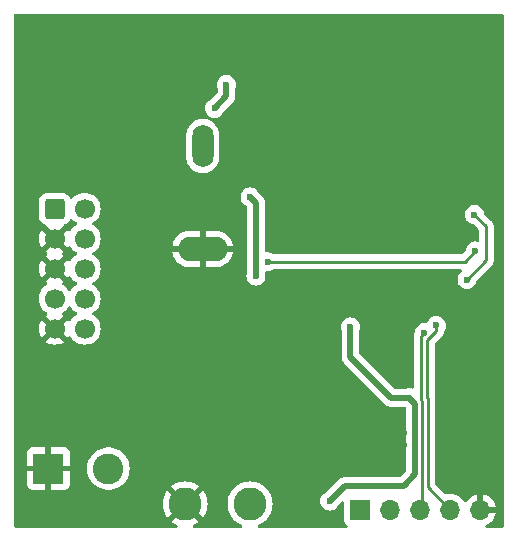
<source format=gbl>
%TF.GenerationSoftware,KiCad,Pcbnew,8.0.1*%
%TF.CreationDate,2024-04-07T23:26:14-05:00*%
%TF.ProjectId,ece445_headset,65636534-3435-45f6-9865-61647365742e,rev?*%
%TF.SameCoordinates,Original*%
%TF.FileFunction,Copper,L2,Bot*%
%TF.FilePolarity,Positive*%
%FSLAX46Y46*%
G04 Gerber Fmt 4.6, Leading zero omitted, Abs format (unit mm)*
G04 Created by KiCad (PCBNEW 8.0.1) date 2024-04-07 23:26:14*
%MOMM*%
%LPD*%
G01*
G04 APERTURE LIST*
G04 Aperture macros list*
%AMRoundRect*
0 Rectangle with rounded corners*
0 $1 Rounding radius*
0 $2 $3 $4 $5 $6 $7 $8 $9 X,Y pos of 4 corners*
0 Add a 4 corners polygon primitive as box body*
4,1,4,$2,$3,$4,$5,$6,$7,$8,$9,$2,$3,0*
0 Add four circle primitives for the rounded corners*
1,1,$1+$1,$2,$3*
1,1,$1+$1,$4,$5*
1,1,$1+$1,$6,$7*
1,1,$1+$1,$8,$9*
0 Add four rect primitives between the rounded corners*
20,1,$1+$1,$2,$3,$4,$5,0*
20,1,$1+$1,$4,$5,$6,$7,0*
20,1,$1+$1,$6,$7,$8,$9,0*
20,1,$1+$1,$8,$9,$2,$3,0*%
G04 Aperture macros list end*
%TA.AperFunction,ComponentPad*%
%ADD10R,2.600000X2.600000*%
%TD*%
%TA.AperFunction,ComponentPad*%
%ADD11C,2.600000*%
%TD*%
%TA.AperFunction,ComponentPad*%
%ADD12RoundRect,0.250000X-0.600000X-0.600000X0.600000X-0.600000X0.600000X0.600000X-0.600000X0.600000X0*%
%TD*%
%TA.AperFunction,ComponentPad*%
%ADD13C,1.700000*%
%TD*%
%TA.AperFunction,ComponentPad*%
%ADD14O,4.200000X2.100000*%
%TD*%
%TA.AperFunction,ComponentPad*%
%ADD15O,1.800000X3.600000*%
%TD*%
%TA.AperFunction,ComponentPad*%
%ADD16C,2.800000*%
%TD*%
%TA.AperFunction,ComponentPad*%
%ADD17R,1.700000X1.700000*%
%TD*%
%TA.AperFunction,ComponentPad*%
%ADD18O,1.700000X1.700000*%
%TD*%
%TA.AperFunction,ViaPad*%
%ADD19C,0.600000*%
%TD*%
%TA.AperFunction,Conductor*%
%ADD20C,0.508000*%
%TD*%
%TA.AperFunction,Conductor*%
%ADD21C,0.254000*%
%TD*%
G04 APERTURE END LIST*
D10*
%TO.P,J3,1,Pin_1*%
%TO.N,GND*%
X134420000Y-82000000D03*
D11*
%TO.P,J3,2,Pin_2*%
%TO.N,+BATT*%
X139500000Y-82000000D03*
%TD*%
D12*
%TO.P,J4,1,VTref*%
%TO.N,Net-(J4-VTref)*%
X134960000Y-60000000D03*
D13*
%TO.P,J4,2,SWDIO/TMS*%
%TO.N,/MTMS*%
X137500000Y-60000000D03*
%TO.P,J4,3,GND*%
%TO.N,GND*%
X134960000Y-62540000D03*
%TO.P,J4,4,SWDCLK/TCK*%
%TO.N,/MTCK*%
X137500000Y-62540000D03*
%TO.P,J4,5,GND*%
%TO.N,GND*%
X134960000Y-65080000D03*
%TO.P,J4,6,SWO/TDO*%
%TO.N,/MTDO*%
X137500000Y-65080000D03*
%TO.P,J4,7,KEY*%
%TO.N,unconnected-(J4-KEY-Pad7)*%
X134960000Y-67620000D03*
%TO.P,J4,8,NC/TDI*%
%TO.N,/MTDI*%
X137500000Y-67620000D03*
%TO.P,J4,9,GNDDetect*%
%TO.N,GND*%
X134960000Y-70160000D03*
%TO.P,J4,10,~{RESET}*%
%TO.N,/CHIP_PU*%
X137500000Y-70160000D03*
%TD*%
D14*
%TO.P,J1,1*%
%TO.N,GND*%
X147500000Y-63400000D03*
D15*
%TO.P,J1,2*%
%TO.N,/DAC1_OUT*%
X147500000Y-54700000D03*
%TD*%
D16*
%TO.P,TP1,1,1*%
%TO.N,Net-(JP2-A)*%
X151500000Y-85000000D03*
%TD*%
D17*
%TO.P,J2,1,Pin_1*%
%TO.N,/RTS*%
X160840000Y-85500000D03*
D18*
%TO.P,J2,2,Pin_2*%
%TO.N,/DTR*%
X163380000Y-85500000D03*
%TO.P,J2,3,Pin_3*%
%TO.N,/TX*%
X165920000Y-85500000D03*
%TO.P,J2,4,Pin_4*%
%TO.N,/RX*%
X168460000Y-85500000D03*
%TO.P,J2,5,Pin_5*%
%TO.N,GND*%
X171000000Y-85500000D03*
%TD*%
D16*
%TO.P,TP2,1,1*%
%TO.N,GND*%
X146000000Y-85000000D03*
%TD*%
D19*
%TO.N,GND*%
X150500000Y-63500000D03*
X167500000Y-74500000D03*
X169000000Y-74500000D03*
X172000000Y-80000000D03*
X171000000Y-80000000D03*
X172000000Y-79000000D03*
X171000000Y-79000000D03*
X152500000Y-82000000D03*
X153500000Y-82000000D03*
X154500000Y-82000000D03*
X155500000Y-82000000D03*
X155500000Y-81000000D03*
X154500000Y-81000000D03*
X153500000Y-81000000D03*
X152500000Y-81000000D03*
X140000000Y-44500000D03*
X170500000Y-44500000D03*
X156000000Y-44500000D03*
X152500000Y-44500000D03*
X149500000Y-44500000D03*
X146500000Y-44500000D03*
X143000000Y-44500000D03*
X135000000Y-45000000D03*
X132000000Y-45000000D03*
X144500000Y-63500000D03*
X164500000Y-80000000D03*
X163500000Y-80000000D03*
X164500000Y-79000000D03*
X163500000Y-79000000D03*
%TO.N,+3V3*%
X152000000Y-65707000D03*
X160000000Y-70000000D03*
X151500000Y-59000000D03*
X148500000Y-51500000D03*
%TO.N,GND*%
X163500000Y-55000000D03*
X162000000Y-49500000D03*
X163000000Y-49500000D03*
X159000000Y-53000000D03*
X162500000Y-55000000D03*
X164500000Y-52500000D03*
X164500000Y-50500000D03*
X164500000Y-54500000D03*
X161000000Y-49500000D03*
X161500000Y-55000000D03*
X159000000Y-54000000D03*
X159500000Y-55000000D03*
X164500000Y-51500000D03*
X159000000Y-52000000D03*
X160000000Y-49500000D03*
X159000000Y-50000000D03*
X159000000Y-51000000D03*
X160500000Y-55000000D03*
X164500000Y-53500000D03*
X164000000Y-49500000D03*
%TO.N,+3V3*%
X165000000Y-76000000D03*
X158250000Y-84750000D03*
X149500000Y-49500000D03*
%TO.N,/TX*%
X166264998Y-70490341D03*
%TO.N,/RX*%
X167275669Y-69887617D03*
%TO.N,/MTDO*%
X153000000Y-64500000D03*
X170582006Y-63582006D03*
%TO.N,/GPIO5_STRAPPING*%
X170500000Y-60500000D03*
X169873000Y-66000000D03*
%TD*%
D20*
%TO.N,+3V3*%
X152000000Y-59500000D02*
X152000000Y-65707000D01*
X151500000Y-59000000D02*
X152000000Y-59500000D01*
D21*
%TO.N,/RX*%
X166535000Y-83575000D02*
X168460000Y-85500000D01*
X166500000Y-76036289D02*
X166535000Y-76071289D01*
X166500000Y-71142052D02*
X166500000Y-76036289D01*
X166535000Y-76071289D02*
X166535000Y-83575000D01*
X167275669Y-70366383D02*
X166500000Y-71142052D01*
X167275669Y-69887617D02*
X167275669Y-70366383D01*
%TO.N,/TX*%
X166081000Y-85339000D02*
X165920000Y-85500000D01*
X166081000Y-76259342D02*
X166081000Y-85339000D01*
X166000000Y-70755339D02*
X166000000Y-76178342D01*
X166000000Y-76178342D02*
X166081000Y-76259342D01*
X166264998Y-70490341D02*
X166000000Y-70755339D01*
D20*
%TO.N,+3V3*%
X164500000Y-83500000D02*
X159500000Y-83500000D01*
X159500000Y-83500000D02*
X158250000Y-84750000D01*
X165000000Y-76000000D02*
X165500000Y-76500000D01*
X165500000Y-76500000D02*
X165500000Y-82500000D01*
X165500000Y-82500000D02*
X164500000Y-83500000D01*
X160000000Y-72566318D02*
X160000000Y-70000000D01*
X165000000Y-76000000D02*
X163433682Y-76000000D01*
X163433682Y-76000000D02*
X160000000Y-72566318D01*
X149500000Y-50500000D02*
X148500000Y-51500000D01*
X149500000Y-50500000D02*
X149500000Y-49500000D01*
D21*
%TO.N,/MTDO*%
X169664012Y-64500000D02*
X153000000Y-64500000D01*
X170582006Y-63582006D02*
X169664012Y-64500000D01*
%TO.N,/GPIO5_STRAPPING*%
X171500000Y-61500000D02*
X170500000Y-60500000D01*
X171500000Y-64386712D02*
X171500000Y-61500000D01*
X169886712Y-66000000D02*
X171500000Y-64386712D01*
X169873000Y-66000000D02*
X169886712Y-66000000D01*
%TD*%
%TA.AperFunction,Conductor*%
%TO.N,GND*%
G36*
X136314855Y-68286546D02*
G01*
X136331575Y-68305842D01*
X136461501Y-68491396D01*
X136461506Y-68491402D01*
X136628597Y-68658493D01*
X136628603Y-68658498D01*
X136814158Y-68788425D01*
X136857783Y-68843002D01*
X136864977Y-68912500D01*
X136833454Y-68974855D01*
X136814158Y-68991575D01*
X136628597Y-69121505D01*
X136461505Y-69288597D01*
X136331269Y-69474595D01*
X136276692Y-69518220D01*
X136207194Y-69525414D01*
X136144839Y-69493891D01*
X136128119Y-69474595D01*
X136074925Y-69398626D01*
X136074925Y-69398625D01*
X135442962Y-70030589D01*
X135425925Y-69967007D01*
X135360099Y-69852993D01*
X135267007Y-69759901D01*
X135152993Y-69694075D01*
X135089410Y-69677037D01*
X135721373Y-69045073D01*
X135721373Y-69045072D01*
X135645405Y-68991880D01*
X135601780Y-68937304D01*
X135594586Y-68867805D01*
X135626108Y-68805451D01*
X135645399Y-68788734D01*
X135831401Y-68658495D01*
X135998495Y-68491401D01*
X136128425Y-68305842D01*
X136183002Y-68262217D01*
X136252500Y-68255023D01*
X136314855Y-68286546D01*
G37*
%TD.AperFunction*%
%TA.AperFunction,Conductor*%
G36*
X136074925Y-65841373D02*
G01*
X136128119Y-65765405D01*
X136182696Y-65721781D01*
X136252195Y-65714588D01*
X136314549Y-65746110D01*
X136331269Y-65765405D01*
X136461505Y-65951401D01*
X136461506Y-65951402D01*
X136628597Y-66118493D01*
X136628603Y-66118498D01*
X136814158Y-66248425D01*
X136857783Y-66303002D01*
X136864977Y-66372500D01*
X136833454Y-66434855D01*
X136814158Y-66451575D01*
X136628597Y-66581505D01*
X136461505Y-66748597D01*
X136331575Y-66934158D01*
X136276998Y-66977783D01*
X136207500Y-66984977D01*
X136145145Y-66953454D01*
X136128425Y-66934158D01*
X135998494Y-66748597D01*
X135831402Y-66581506D01*
X135831401Y-66581505D01*
X135645405Y-66451269D01*
X135601781Y-66396692D01*
X135594588Y-66327193D01*
X135626110Y-66264839D01*
X135645405Y-66248119D01*
X135721373Y-66194925D01*
X135089409Y-65562962D01*
X135152993Y-65545925D01*
X135267007Y-65480099D01*
X135360099Y-65387007D01*
X135425925Y-65272993D01*
X135442962Y-65209410D01*
X136074925Y-65841373D01*
G37*
%TD.AperFunction*%
%TA.AperFunction,Conductor*%
G36*
X136074925Y-63301373D02*
G01*
X136128119Y-63225405D01*
X136182696Y-63181781D01*
X136252195Y-63174588D01*
X136314549Y-63206110D01*
X136331269Y-63225405D01*
X136461505Y-63411401D01*
X136461506Y-63411402D01*
X136628597Y-63578493D01*
X136628603Y-63578498D01*
X136814158Y-63708425D01*
X136857783Y-63763002D01*
X136864977Y-63832500D01*
X136833454Y-63894855D01*
X136814158Y-63911575D01*
X136628597Y-64041505D01*
X136461505Y-64208597D01*
X136331269Y-64394595D01*
X136276692Y-64438220D01*
X136207194Y-64445414D01*
X136144839Y-64413891D01*
X136128119Y-64394595D01*
X136074925Y-64318626D01*
X136074925Y-64318625D01*
X135442962Y-64950589D01*
X135425925Y-64887007D01*
X135360099Y-64772993D01*
X135267007Y-64679901D01*
X135152993Y-64614075D01*
X135089410Y-64597037D01*
X135721373Y-63965073D01*
X135644969Y-63911576D01*
X135601344Y-63856999D01*
X135594150Y-63787501D01*
X135625672Y-63725146D01*
X135644968Y-63708425D01*
X135721373Y-63654925D01*
X135089409Y-63022962D01*
X135152993Y-63005925D01*
X135267007Y-62940099D01*
X135360099Y-62847007D01*
X135425925Y-62732993D01*
X135442962Y-62669410D01*
X136074925Y-63301373D01*
G37*
%TD.AperFunction*%
%TA.AperFunction,Conductor*%
G36*
X136420720Y-60838779D02*
G01*
X136457483Y-60867766D01*
X136457677Y-60867573D01*
X136459313Y-60869209D01*
X136460354Y-60870030D01*
X136461501Y-60871397D01*
X136628597Y-61038493D01*
X136628603Y-61038498D01*
X136814158Y-61168425D01*
X136857783Y-61223002D01*
X136864977Y-61292500D01*
X136833454Y-61354855D01*
X136814158Y-61371575D01*
X136628597Y-61501505D01*
X136461505Y-61668597D01*
X136331269Y-61854595D01*
X136276692Y-61898220D01*
X136207194Y-61905414D01*
X136144839Y-61873891D01*
X136128119Y-61854595D01*
X136074925Y-61778626D01*
X136074925Y-61778625D01*
X135442962Y-62410589D01*
X135425925Y-62347007D01*
X135360099Y-62232993D01*
X135267007Y-62139901D01*
X135152993Y-62074075D01*
X135089410Y-62057037D01*
X135725789Y-61420658D01*
X135736209Y-61368808D01*
X135784823Y-61318624D01*
X135806961Y-61308796D01*
X135879334Y-61284814D01*
X136028656Y-61192712D01*
X136152712Y-61068656D01*
X136244814Y-60919334D01*
X136247662Y-60910738D01*
X136287429Y-60853294D01*
X136351944Y-60826468D01*
X136420720Y-60838779D01*
G37*
%TD.AperFunction*%
%TA.AperFunction,Conductor*%
G36*
X172942539Y-43520185D02*
G01*
X172988294Y-43572989D01*
X172999500Y-43624500D01*
X172999500Y-86875500D01*
X172979815Y-86942539D01*
X172927011Y-86988294D01*
X172875500Y-86999500D01*
X171538012Y-86999500D01*
X171470973Y-86979815D01*
X171425218Y-86927011D01*
X171415274Y-86857853D01*
X171444299Y-86794297D01*
X171485607Y-86763118D01*
X171677578Y-86673600D01*
X171871082Y-86538105D01*
X172038105Y-86371082D01*
X172173600Y-86177578D01*
X172273429Y-85963492D01*
X172273432Y-85963486D01*
X172330636Y-85750000D01*
X171433012Y-85750000D01*
X171465925Y-85692993D01*
X171500000Y-85565826D01*
X171500000Y-85434174D01*
X171465925Y-85307007D01*
X171433012Y-85250000D01*
X172330636Y-85250000D01*
X172330635Y-85249999D01*
X172273432Y-85036513D01*
X172273429Y-85036507D01*
X172173600Y-84822422D01*
X172173599Y-84822420D01*
X172038113Y-84628926D01*
X172038108Y-84628920D01*
X171871082Y-84461894D01*
X171677578Y-84326399D01*
X171463492Y-84226570D01*
X171463486Y-84226567D01*
X171250000Y-84169364D01*
X171250000Y-85066988D01*
X171192993Y-85034075D01*
X171065826Y-85000000D01*
X170934174Y-85000000D01*
X170807007Y-85034075D01*
X170750000Y-85066988D01*
X170750000Y-84169364D01*
X170749999Y-84169364D01*
X170536513Y-84226567D01*
X170536507Y-84226570D01*
X170322422Y-84326399D01*
X170322420Y-84326400D01*
X170128926Y-84461886D01*
X170128920Y-84461891D01*
X169961891Y-84628920D01*
X169961890Y-84628922D01*
X169831880Y-84814595D01*
X169777303Y-84858219D01*
X169707804Y-84865412D01*
X169645450Y-84833890D01*
X169628730Y-84814594D01*
X169498494Y-84628597D01*
X169331402Y-84461506D01*
X169331395Y-84461501D01*
X169137834Y-84325967D01*
X169137830Y-84325965D01*
X168923663Y-84226097D01*
X168923659Y-84226096D01*
X168923655Y-84226094D01*
X168695413Y-84164938D01*
X168695403Y-84164936D01*
X168460001Y-84144341D01*
X168459999Y-84144341D01*
X168224596Y-84164936D01*
X168224583Y-84164939D01*
X168126356Y-84191258D01*
X168056507Y-84189595D01*
X168006583Y-84159164D01*
X167198819Y-83351400D01*
X167165334Y-83290077D01*
X167162500Y-83263719D01*
X167162500Y-76009483D01*
X167138386Y-75888260D01*
X167138385Y-75888254D01*
X167136937Y-75884760D01*
X167127500Y-75837311D01*
X167127500Y-71453333D01*
X167147185Y-71386294D01*
X167163819Y-71365652D01*
X167763078Y-70766393D01*
X167763080Y-70766391D01*
X167811760Y-70693536D01*
X167831752Y-70663616D01*
X167863914Y-70585969D01*
X167879055Y-70549417D01*
X167903169Y-70428186D01*
X167903169Y-70428179D01*
X167903766Y-70422125D01*
X167905192Y-70422265D01*
X167922176Y-70363315D01*
X168001457Y-70237141D01*
X168001458Y-70237139D01*
X168061037Y-70066872D01*
X168061038Y-70066866D01*
X168081234Y-69887620D01*
X168081234Y-69887613D01*
X168061038Y-69708367D01*
X168061037Y-69708362D01*
X168044114Y-69660000D01*
X168001458Y-69538095D01*
X167905485Y-69385355D01*
X167777931Y-69257801D01*
X167709228Y-69214632D01*
X167625192Y-69161828D01*
X167454923Y-69102248D01*
X167454918Y-69102247D01*
X167275673Y-69082052D01*
X167275665Y-69082052D01*
X167096419Y-69102247D01*
X167096414Y-69102248D01*
X166926145Y-69161828D01*
X166773406Y-69257801D01*
X166645853Y-69385354D01*
X166549877Y-69538097D01*
X166522354Y-69616755D01*
X166481632Y-69673531D01*
X166416679Y-69699278D01*
X166391430Y-69699020D01*
X166265002Y-69684776D01*
X166264994Y-69684776D01*
X166085748Y-69704971D01*
X166085743Y-69704972D01*
X165915474Y-69764552D01*
X165762735Y-69860525D01*
X165635182Y-69988078D01*
X165539208Y-70140819D01*
X165479628Y-70311091D01*
X165470322Y-70393689D01*
X165450206Y-70448693D01*
X165443231Y-70459131D01*
X165441585Y-70463733D01*
X165396615Y-70572299D01*
X165396612Y-70572311D01*
X165377261Y-70669594D01*
X165377262Y-70669595D01*
X165372500Y-70693535D01*
X165372500Y-75107489D01*
X165352815Y-75174528D01*
X165300011Y-75220283D01*
X165230853Y-75230227D01*
X165207546Y-75224531D01*
X165179257Y-75214632D01*
X165179249Y-75214630D01*
X165000004Y-75194435D01*
X164999996Y-75194435D01*
X164820750Y-75214630D01*
X164820737Y-75214633D01*
X164752415Y-75238541D01*
X164711460Y-75245500D01*
X163797568Y-75245500D01*
X163730529Y-75225815D01*
X163709887Y-75209181D01*
X160790819Y-72290112D01*
X160757334Y-72228789D01*
X160754500Y-72202431D01*
X160754500Y-70288537D01*
X160761459Y-70247582D01*
X160785368Y-70179255D01*
X160787537Y-70160001D01*
X160805565Y-70000003D01*
X160805565Y-69999996D01*
X160785369Y-69820750D01*
X160785368Y-69820745D01*
X160746043Y-69708362D01*
X160725789Y-69650478D01*
X160704599Y-69616755D01*
X160647206Y-69525414D01*
X160629816Y-69497738D01*
X160502262Y-69370184D01*
X160349523Y-69274211D01*
X160179254Y-69214631D01*
X160179249Y-69214630D01*
X160000004Y-69194435D01*
X159999996Y-69194435D01*
X159820750Y-69214630D01*
X159820745Y-69214631D01*
X159650476Y-69274211D01*
X159497737Y-69370184D01*
X159370184Y-69497737D01*
X159274211Y-69650476D01*
X159214631Y-69820745D01*
X159214630Y-69820750D01*
X159194435Y-69999996D01*
X159194435Y-70000003D01*
X159214630Y-70179246D01*
X159214632Y-70179256D01*
X159238541Y-70247582D01*
X159245500Y-70288537D01*
X159245500Y-72486870D01*
X159245499Y-72486896D01*
X159245499Y-72492006D01*
X159245499Y-72640630D01*
X159245499Y-72640632D01*
X159245498Y-72640632D01*
X159274493Y-72786391D01*
X159274496Y-72786401D01*
X159331366Y-72923699D01*
X159331372Y-72923710D01*
X159413942Y-73047286D01*
X159413943Y-73047287D01*
X162843282Y-76476624D01*
X162843303Y-76476647D01*
X162952713Y-76586057D01*
X163014547Y-76627373D01*
X163076288Y-76668627D01*
X163076289Y-76668627D01*
X163076293Y-76668630D01*
X163149104Y-76698789D01*
X163213602Y-76725505D01*
X163213604Y-76725505D01*
X163213606Y-76725506D01*
X163237786Y-76730315D01*
X163237792Y-76730316D01*
X163359368Y-76754501D01*
X163359370Y-76754501D01*
X163514108Y-76754501D01*
X163514128Y-76754500D01*
X164621500Y-76754500D01*
X164688539Y-76774185D01*
X164734294Y-76826989D01*
X164745500Y-76878500D01*
X164745500Y-82136113D01*
X164725815Y-82203152D01*
X164709181Y-82223794D01*
X164223794Y-82709181D01*
X164162471Y-82742666D01*
X164136113Y-82745500D01*
X159580446Y-82745500D01*
X159580426Y-82745499D01*
X159574312Y-82745499D01*
X159425688Y-82745499D01*
X159425686Y-82745499D01*
X159304105Y-82769684D01*
X159289540Y-82772581D01*
X159279918Y-82774495D01*
X159279917Y-82774495D01*
X159223045Y-82798053D01*
X159142614Y-82831368D01*
X159019031Y-82913942D01*
X157931357Y-84001616D01*
X157905869Y-84019705D01*
X157906373Y-84020507D01*
X157747737Y-84120184D01*
X157620184Y-84247737D01*
X157524211Y-84400476D01*
X157464631Y-84570745D01*
X157464630Y-84570750D01*
X157444435Y-84749996D01*
X157444435Y-84750003D01*
X157464630Y-84929249D01*
X157464631Y-84929254D01*
X157524211Y-85099523D01*
X157524449Y-85099901D01*
X157620184Y-85252262D01*
X157747738Y-85379816D01*
X157900478Y-85475789D01*
X157998162Y-85509970D01*
X158070745Y-85535368D01*
X158070750Y-85535369D01*
X158249996Y-85555565D01*
X158250000Y-85555565D01*
X158250004Y-85555565D01*
X158429249Y-85535369D01*
X158429252Y-85535368D01*
X158429255Y-85535368D01*
X158599522Y-85475789D01*
X158752262Y-85379816D01*
X158879816Y-85252262D01*
X158975789Y-85099522D01*
X158975789Y-85099520D01*
X158979494Y-85093625D01*
X158980299Y-85094131D01*
X158998382Y-85068641D01*
X159277821Y-84789202D01*
X159339142Y-84755719D01*
X159408834Y-84760703D01*
X159464767Y-84802575D01*
X159489184Y-84868039D01*
X159489500Y-84876885D01*
X159489500Y-86397870D01*
X159489501Y-86397876D01*
X159495908Y-86457483D01*
X159546202Y-86592328D01*
X159546206Y-86592335D01*
X159632452Y-86707544D01*
X159632455Y-86707547D01*
X159724208Y-86776234D01*
X159766079Y-86832168D01*
X159771063Y-86901859D01*
X159737577Y-86963182D01*
X159676254Y-86996666D01*
X159649897Y-86999500D01*
X152264745Y-86999500D01*
X152197706Y-86979815D01*
X152151951Y-86927011D01*
X152142007Y-86857853D01*
X152171032Y-86794297D01*
X152221410Y-86759318D01*
X152291513Y-86733172D01*
X152530113Y-86602887D01*
X152747742Y-86439971D01*
X152939971Y-86247742D01*
X153102887Y-86030113D01*
X153233172Y-85791513D01*
X153328175Y-85536801D01*
X153385961Y-85271160D01*
X153405355Y-85000000D01*
X153385961Y-84728840D01*
X153328175Y-84463199D01*
X153233172Y-84208487D01*
X153233170Y-84208484D01*
X153233169Y-84208480D01*
X153102890Y-83969892D01*
X153102889Y-83969891D01*
X153102887Y-83969887D01*
X152939971Y-83752258D01*
X152939966Y-83752253D01*
X152939961Y-83752247D01*
X152747752Y-83560038D01*
X152747746Y-83560033D01*
X152747742Y-83560029D01*
X152530113Y-83397113D01*
X152530108Y-83397110D01*
X152530107Y-83397109D01*
X152291518Y-83266830D01*
X152291519Y-83266830D01*
X152241920Y-83248330D01*
X152036801Y-83171825D01*
X152036794Y-83171823D01*
X152036793Y-83171823D01*
X151771167Y-83114040D01*
X151771160Y-83114039D01*
X151500001Y-83094645D01*
X151499999Y-83094645D01*
X151228839Y-83114039D01*
X151228832Y-83114040D01*
X150963206Y-83171823D01*
X150963202Y-83171824D01*
X150963199Y-83171825D01*
X150835843Y-83219326D01*
X150708480Y-83266830D01*
X150469892Y-83397109D01*
X150469891Y-83397110D01*
X150252259Y-83560028D01*
X150252247Y-83560038D01*
X150060038Y-83752247D01*
X150060028Y-83752259D01*
X149897110Y-83969891D01*
X149897109Y-83969892D01*
X149766830Y-84208480D01*
X149740441Y-84279233D01*
X149671825Y-84463199D01*
X149671824Y-84463202D01*
X149671823Y-84463206D01*
X149614040Y-84728832D01*
X149614039Y-84728839D01*
X149594645Y-84999998D01*
X149594645Y-85000001D01*
X149614039Y-85271160D01*
X149614040Y-85271167D01*
X149665988Y-85509970D01*
X149671825Y-85536801D01*
X149730082Y-85692993D01*
X149766830Y-85791519D01*
X149897109Y-86030107D01*
X149897110Y-86030108D01*
X149897113Y-86030113D01*
X150060029Y-86247742D01*
X150060033Y-86247746D01*
X150060038Y-86247752D01*
X150252247Y-86439961D01*
X150252253Y-86439966D01*
X150252258Y-86439971D01*
X150469887Y-86602887D01*
X150469891Y-86602889D01*
X150469892Y-86602890D01*
X150708481Y-86733169D01*
X150708485Y-86733171D01*
X150708487Y-86733172D01*
X150778589Y-86759318D01*
X150834522Y-86801189D01*
X150858939Y-86866654D01*
X150844087Y-86934927D01*
X150794682Y-86984332D01*
X150735255Y-86999500D01*
X146763312Y-86999500D01*
X146696273Y-86979815D01*
X146650518Y-86927011D01*
X146640574Y-86857853D01*
X146669599Y-86794297D01*
X146719979Y-86759318D01*
X146791306Y-86732714D01*
X146791310Y-86732712D01*
X147029844Y-86602462D01*
X147155123Y-86508677D01*
X147155124Y-86508676D01*
X146362294Y-85715846D01*
X146378942Y-85708951D01*
X146509970Y-85621401D01*
X146621401Y-85509970D01*
X146708951Y-85378942D01*
X146715846Y-85362294D01*
X147508676Y-86155124D01*
X147508677Y-86155123D01*
X147602462Y-86029844D01*
X147732712Y-85791310D01*
X147732714Y-85791306D01*
X147827694Y-85536654D01*
X147885462Y-85271097D01*
X147885463Y-85271090D01*
X147904853Y-85000001D01*
X147904853Y-84999998D01*
X147885463Y-84728909D01*
X147885462Y-84728902D01*
X147827694Y-84463345D01*
X147732714Y-84208693D01*
X147732712Y-84208689D01*
X147602467Y-83970164D01*
X147602466Y-83970163D01*
X147508676Y-83844874D01*
X146715846Y-84637704D01*
X146708951Y-84621058D01*
X146621401Y-84490030D01*
X146509970Y-84378599D01*
X146378942Y-84291049D01*
X146362294Y-84284153D01*
X147155124Y-83491322D01*
X147155123Y-83491321D01*
X147029843Y-83397537D01*
X147029835Y-83397532D01*
X146791310Y-83267287D01*
X146791306Y-83267285D01*
X146536654Y-83172305D01*
X146271097Y-83114537D01*
X146271090Y-83114536D01*
X146000001Y-83095147D01*
X145999999Y-83095147D01*
X145728909Y-83114536D01*
X145728902Y-83114537D01*
X145463345Y-83172305D01*
X145208693Y-83267285D01*
X145208689Y-83267287D01*
X144970164Y-83397532D01*
X144970156Y-83397537D01*
X144844875Y-83491321D01*
X144844874Y-83491322D01*
X145637705Y-84284153D01*
X145621058Y-84291049D01*
X145490030Y-84378599D01*
X145378599Y-84490030D01*
X145291049Y-84621058D01*
X145284153Y-84637705D01*
X144491322Y-83844874D01*
X144491321Y-83844875D01*
X144397537Y-83970156D01*
X144397532Y-83970164D01*
X144267287Y-84208689D01*
X144267285Y-84208693D01*
X144172305Y-84463345D01*
X144114537Y-84728902D01*
X144114536Y-84728909D01*
X144095147Y-84999998D01*
X144095147Y-85000001D01*
X144114536Y-85271090D01*
X144114537Y-85271097D01*
X144172305Y-85536654D01*
X144267285Y-85791306D01*
X144267287Y-85791310D01*
X144397532Y-86029835D01*
X144397537Y-86029843D01*
X144491321Y-86155123D01*
X144491322Y-86155124D01*
X145284153Y-85362293D01*
X145291049Y-85378942D01*
X145378599Y-85509970D01*
X145490030Y-85621401D01*
X145621058Y-85708951D01*
X145637705Y-85715846D01*
X144844874Y-86508676D01*
X144970163Y-86602466D01*
X144970164Y-86602467D01*
X145208689Y-86732712D01*
X145208693Y-86732714D01*
X145280021Y-86759318D01*
X145335955Y-86801189D01*
X145360372Y-86866654D01*
X145345520Y-86934927D01*
X145296115Y-86984332D01*
X145236688Y-86999500D01*
X131624500Y-86999500D01*
X131557461Y-86979815D01*
X131511706Y-86927011D01*
X131500500Y-86875500D01*
X131500500Y-83347844D01*
X132620000Y-83347844D01*
X132626401Y-83407372D01*
X132626403Y-83407379D01*
X132676645Y-83542086D01*
X132676649Y-83542093D01*
X132762809Y-83657187D01*
X132762812Y-83657190D01*
X132877906Y-83743350D01*
X132877913Y-83743354D01*
X133012620Y-83793596D01*
X133012627Y-83793598D01*
X133072155Y-83799999D01*
X133072172Y-83800000D01*
X134170000Y-83800000D01*
X134170000Y-82600001D01*
X134230402Y-82625021D01*
X134355981Y-82650000D01*
X134484019Y-82650000D01*
X134609598Y-82625021D01*
X134670000Y-82600001D01*
X134670000Y-83800000D01*
X135767828Y-83800000D01*
X135767844Y-83799999D01*
X135827372Y-83793598D01*
X135827379Y-83793596D01*
X135962086Y-83743354D01*
X135962093Y-83743350D01*
X136077187Y-83657190D01*
X136077190Y-83657187D01*
X136163350Y-83542093D01*
X136163354Y-83542086D01*
X136213596Y-83407379D01*
X136213598Y-83407372D01*
X136219999Y-83347844D01*
X136220000Y-83347827D01*
X136220000Y-82250000D01*
X135020001Y-82250000D01*
X135045021Y-82189598D01*
X135070000Y-82064019D01*
X135070000Y-82000004D01*
X137694451Y-82000004D01*
X137714616Y-82269101D01*
X137774664Y-82532188D01*
X137774666Y-82532195D01*
X137867874Y-82769684D01*
X137873257Y-82783398D01*
X138008185Y-83017102D01*
X138085887Y-83114537D01*
X138176442Y-83228089D01*
X138309341Y-83351400D01*
X138374259Y-83411635D01*
X138597226Y-83563651D01*
X138840359Y-83680738D01*
X139098228Y-83760280D01*
X139098229Y-83760280D01*
X139098232Y-83760281D01*
X139365063Y-83800499D01*
X139365068Y-83800499D01*
X139365071Y-83800500D01*
X139365072Y-83800500D01*
X139634928Y-83800500D01*
X139634929Y-83800500D01*
X139634936Y-83800499D01*
X139901767Y-83760281D01*
X139901768Y-83760280D01*
X139901772Y-83760280D01*
X140159641Y-83680738D01*
X140402775Y-83563651D01*
X140625741Y-83411635D01*
X140823561Y-83228085D01*
X140991815Y-83017102D01*
X141126743Y-82783398D01*
X141225334Y-82532195D01*
X141285383Y-82269103D01*
X141305549Y-82000000D01*
X141285383Y-81730897D01*
X141225334Y-81467805D01*
X141126743Y-81216602D01*
X140991815Y-80982898D01*
X140823561Y-80771915D01*
X140823560Y-80771914D01*
X140823557Y-80771910D01*
X140625741Y-80588365D01*
X140402775Y-80436349D01*
X140402769Y-80436346D01*
X140402768Y-80436345D01*
X140402767Y-80436344D01*
X140159643Y-80319263D01*
X140159645Y-80319263D01*
X139901773Y-80239720D01*
X139901767Y-80239718D01*
X139634936Y-80199500D01*
X139634929Y-80199500D01*
X139365071Y-80199500D01*
X139365063Y-80199500D01*
X139098232Y-80239718D01*
X139098226Y-80239720D01*
X138840358Y-80319262D01*
X138597230Y-80436346D01*
X138374258Y-80588365D01*
X138176442Y-80771910D01*
X138008185Y-80982898D01*
X137873258Y-81216599D01*
X137873256Y-81216603D01*
X137774666Y-81467804D01*
X137774664Y-81467811D01*
X137714616Y-81730898D01*
X137694451Y-81999995D01*
X137694451Y-82000004D01*
X135070000Y-82000004D01*
X135070000Y-81935981D01*
X135045021Y-81810402D01*
X135020001Y-81750000D01*
X136220000Y-81750000D01*
X136220000Y-80652172D01*
X136219999Y-80652155D01*
X136213598Y-80592627D01*
X136213596Y-80592620D01*
X136163354Y-80457913D01*
X136163350Y-80457906D01*
X136077190Y-80342812D01*
X136077187Y-80342809D01*
X135962093Y-80256649D01*
X135962086Y-80256645D01*
X135827379Y-80206403D01*
X135827372Y-80206401D01*
X135767844Y-80200000D01*
X134670000Y-80200000D01*
X134670000Y-81399998D01*
X134609598Y-81374979D01*
X134484019Y-81350000D01*
X134355981Y-81350000D01*
X134230402Y-81374979D01*
X134170000Y-81399998D01*
X134170000Y-80200000D01*
X133072155Y-80200000D01*
X133012627Y-80206401D01*
X133012620Y-80206403D01*
X132877913Y-80256645D01*
X132877906Y-80256649D01*
X132762812Y-80342809D01*
X132762809Y-80342812D01*
X132676649Y-80457906D01*
X132676645Y-80457913D01*
X132626403Y-80592620D01*
X132626401Y-80592627D01*
X132620000Y-80652155D01*
X132620000Y-81750000D01*
X133819999Y-81750000D01*
X133794979Y-81810402D01*
X133770000Y-81935981D01*
X133770000Y-82064019D01*
X133794979Y-82189598D01*
X133819999Y-82250000D01*
X132620000Y-82250000D01*
X132620000Y-83347844D01*
X131500500Y-83347844D01*
X131500500Y-67620000D01*
X133604341Y-67620000D01*
X133624936Y-67855403D01*
X133624938Y-67855413D01*
X133686094Y-68083655D01*
X133686096Y-68083659D01*
X133686097Y-68083663D01*
X133690000Y-68092032D01*
X133785965Y-68297830D01*
X133785967Y-68297834D01*
X133894281Y-68452521D01*
X133921505Y-68491401D01*
X134088599Y-68658495D01*
X134274158Y-68788425D01*
X134274594Y-68788730D01*
X134318218Y-68843307D01*
X134325411Y-68912806D01*
X134293889Y-68975160D01*
X134274593Y-68991880D01*
X134198626Y-69045072D01*
X134198625Y-69045072D01*
X134830590Y-69677037D01*
X134767007Y-69694075D01*
X134652993Y-69759901D01*
X134559901Y-69852993D01*
X134494075Y-69967007D01*
X134477037Y-70030590D01*
X133845072Y-69398625D01*
X133786401Y-69482419D01*
X133686570Y-69696507D01*
X133686566Y-69696516D01*
X133625432Y-69924673D01*
X133625430Y-69924684D01*
X133604843Y-70159998D01*
X133604843Y-70160001D01*
X133625430Y-70395315D01*
X133625432Y-70395326D01*
X133686566Y-70623483D01*
X133686570Y-70623492D01*
X133786400Y-70837579D01*
X133786402Y-70837583D01*
X133845072Y-70921373D01*
X133845073Y-70921373D01*
X134477037Y-70289409D01*
X134494075Y-70352993D01*
X134559901Y-70467007D01*
X134652993Y-70560099D01*
X134767007Y-70625925D01*
X134830590Y-70642962D01*
X134198625Y-71274925D01*
X134282421Y-71333599D01*
X134496507Y-71433429D01*
X134496516Y-71433433D01*
X134724673Y-71494567D01*
X134724684Y-71494569D01*
X134959998Y-71515157D01*
X134960002Y-71515157D01*
X135195315Y-71494569D01*
X135195326Y-71494567D01*
X135423483Y-71433433D01*
X135423492Y-71433429D01*
X135637578Y-71333600D01*
X135637582Y-71333598D01*
X135721373Y-71274926D01*
X135721373Y-71274925D01*
X135089409Y-70642962D01*
X135152993Y-70625925D01*
X135267007Y-70560099D01*
X135360099Y-70467007D01*
X135425925Y-70352993D01*
X135442962Y-70289410D01*
X136074925Y-70921373D01*
X136128119Y-70845405D01*
X136182696Y-70801781D01*
X136252195Y-70794588D01*
X136314549Y-70826110D01*
X136331269Y-70845405D01*
X136461505Y-71031401D01*
X136628599Y-71198495D01*
X136725384Y-71266265D01*
X136822165Y-71334032D01*
X136822167Y-71334033D01*
X136822170Y-71334035D01*
X137036337Y-71433903D01*
X137264592Y-71495063D01*
X137452918Y-71511539D01*
X137499999Y-71515659D01*
X137500000Y-71515659D01*
X137500001Y-71515659D01*
X137539234Y-71512226D01*
X137735408Y-71495063D01*
X137963663Y-71433903D01*
X138177830Y-71334035D01*
X138371401Y-71198495D01*
X138538495Y-71031401D01*
X138674035Y-70837830D01*
X138773903Y-70623663D01*
X138835063Y-70395408D01*
X138855659Y-70160000D01*
X138835063Y-69924592D01*
X138776217Y-69704972D01*
X138773905Y-69696344D01*
X138773904Y-69696343D01*
X138773903Y-69696337D01*
X138674035Y-69482171D01*
X138668731Y-69474595D01*
X138538494Y-69288597D01*
X138371402Y-69121506D01*
X138371396Y-69121501D01*
X138185842Y-68991575D01*
X138142217Y-68936998D01*
X138135023Y-68867500D01*
X138166546Y-68805145D01*
X138185842Y-68788425D01*
X138208026Y-68772891D01*
X138371401Y-68658495D01*
X138538495Y-68491401D01*
X138674035Y-68297830D01*
X138773903Y-68083663D01*
X138835063Y-67855408D01*
X138855659Y-67620000D01*
X138835063Y-67384592D01*
X138773903Y-67156337D01*
X138674035Y-66942171D01*
X138668425Y-66934158D01*
X138538494Y-66748597D01*
X138371402Y-66581506D01*
X138371396Y-66581501D01*
X138185842Y-66451575D01*
X138142217Y-66396998D01*
X138135023Y-66327500D01*
X138166546Y-66265145D01*
X138185842Y-66248425D01*
X138262248Y-66194925D01*
X138371401Y-66118495D01*
X138538495Y-65951401D01*
X138674035Y-65757830D01*
X138773903Y-65543663D01*
X138835063Y-65315408D01*
X138855659Y-65080000D01*
X138835063Y-64844592D01*
X138773903Y-64616337D01*
X138674035Y-64402171D01*
X138668731Y-64394595D01*
X138538494Y-64208597D01*
X138371402Y-64041506D01*
X138371396Y-64041501D01*
X138185842Y-63911575D01*
X138142217Y-63856998D01*
X138135023Y-63787500D01*
X138166546Y-63725145D01*
X138185842Y-63708425D01*
X138269281Y-63650000D01*
X144920275Y-63650000D01*
X144938165Y-63762959D01*
X145013560Y-63994998D01*
X145124321Y-64212377D01*
X145267728Y-64409759D01*
X145440240Y-64582271D01*
X145637622Y-64725678D01*
X145855001Y-64836439D01*
X146087040Y-64911834D01*
X146328007Y-64950000D01*
X147250000Y-64950000D01*
X147250000Y-64050000D01*
X147750000Y-64050000D01*
X147750000Y-64950000D01*
X148671993Y-64950000D01*
X148912959Y-64911834D01*
X149144998Y-64836439D01*
X149362377Y-64725678D01*
X149559759Y-64582271D01*
X149732271Y-64409759D01*
X149875678Y-64212377D01*
X149986439Y-63994998D01*
X150061834Y-63762959D01*
X150079725Y-63650000D01*
X148700001Y-63650000D01*
X148725021Y-63589598D01*
X148750000Y-63464019D01*
X148750000Y-63335981D01*
X148725021Y-63210402D01*
X148700001Y-63150000D01*
X150079725Y-63150000D01*
X150061834Y-63037040D01*
X149986439Y-62805001D01*
X149875678Y-62587622D01*
X149732271Y-62390240D01*
X149559759Y-62217728D01*
X149362377Y-62074321D01*
X149144998Y-61963560D01*
X148912959Y-61888165D01*
X148671993Y-61850000D01*
X147750000Y-61850000D01*
X147750000Y-62750000D01*
X147250000Y-62750000D01*
X147250000Y-61850000D01*
X146328007Y-61850000D01*
X146087040Y-61888165D01*
X145855001Y-61963560D01*
X145637622Y-62074321D01*
X145440240Y-62217728D01*
X145267728Y-62390240D01*
X145124321Y-62587622D01*
X145013560Y-62805001D01*
X144938165Y-63037040D01*
X144920275Y-63150000D01*
X146299999Y-63150000D01*
X146274979Y-63210402D01*
X146250000Y-63335981D01*
X146250000Y-63464019D01*
X146274979Y-63589598D01*
X146299999Y-63650000D01*
X144920275Y-63650000D01*
X138269281Y-63650000D01*
X138355544Y-63589598D01*
X138371401Y-63578495D01*
X138538495Y-63411401D01*
X138674035Y-63217830D01*
X138773903Y-63003663D01*
X138835063Y-62775408D01*
X138855659Y-62540000D01*
X138835063Y-62304592D01*
X138773903Y-62076337D01*
X138674035Y-61862171D01*
X138668731Y-61854595D01*
X138538494Y-61668597D01*
X138371402Y-61501506D01*
X138371396Y-61501501D01*
X138185842Y-61371575D01*
X138142217Y-61316998D01*
X138135023Y-61247500D01*
X138166546Y-61185145D01*
X138185842Y-61168425D01*
X138328325Y-61068657D01*
X138371401Y-61038495D01*
X138538495Y-60871401D01*
X138674035Y-60677830D01*
X138773903Y-60463663D01*
X138835063Y-60235408D01*
X138855659Y-60000000D01*
X138835063Y-59764592D01*
X138773903Y-59536337D01*
X138674035Y-59322171D01*
X138644452Y-59279921D01*
X138538494Y-59128597D01*
X138409899Y-59000003D01*
X150694435Y-59000003D01*
X150714630Y-59179249D01*
X150714631Y-59179254D01*
X150774211Y-59349523D01*
X150822067Y-59425685D01*
X150870184Y-59502262D01*
X150997738Y-59629816D01*
X151086320Y-59685476D01*
X151156374Y-59729494D01*
X151155868Y-59730298D01*
X151181357Y-59748382D01*
X151197571Y-59764596D01*
X151209180Y-59776204D01*
X151242666Y-59837527D01*
X151245500Y-59863887D01*
X151245500Y-65418459D01*
X151238542Y-65459414D01*
X151214631Y-65527745D01*
X151214630Y-65527750D01*
X151194435Y-65706996D01*
X151194435Y-65707003D01*
X151214630Y-65886249D01*
X151214631Y-65886254D01*
X151274211Y-66056523D01*
X151351329Y-66179254D01*
X151370184Y-66209262D01*
X151497738Y-66336816D01*
X151650478Y-66432789D01*
X151820745Y-66492368D01*
X151820750Y-66492369D01*
X151999996Y-66512565D01*
X152000000Y-66512565D01*
X152000004Y-66512565D01*
X152179249Y-66492369D01*
X152179252Y-66492368D01*
X152179255Y-66492368D01*
X152349522Y-66432789D01*
X152502262Y-66336816D01*
X152629816Y-66209262D01*
X152725789Y-66056522D01*
X152785368Y-65886255D01*
X152792749Y-65820745D01*
X152805565Y-65707003D01*
X152805565Y-65706996D01*
X152785369Y-65527750D01*
X152785368Y-65527745D01*
X152761458Y-65459414D01*
X152754500Y-65418459D01*
X152754500Y-65416660D01*
X152774185Y-65349621D01*
X152826989Y-65303866D01*
X152892383Y-65293440D01*
X152999996Y-65305565D01*
X153000000Y-65305565D01*
X153000004Y-65305565D01*
X153179249Y-65285369D01*
X153179252Y-65285368D01*
X153179255Y-65285368D01*
X153349522Y-65225789D01*
X153475700Y-65146505D01*
X153541672Y-65127500D01*
X169326554Y-65127500D01*
X169393593Y-65147185D01*
X169439348Y-65199989D01*
X169449292Y-65269147D01*
X169420267Y-65332703D01*
X169392527Y-65356492D01*
X169385149Y-65361128D01*
X169370737Y-65370184D01*
X169243184Y-65497737D01*
X169147211Y-65650476D01*
X169087631Y-65820745D01*
X169087630Y-65820750D01*
X169067435Y-65999996D01*
X169067435Y-66000003D01*
X169087630Y-66179249D01*
X169087631Y-66179254D01*
X169147211Y-66349523D01*
X169199531Y-66432789D01*
X169243184Y-66502262D01*
X169370738Y-66629816D01*
X169523478Y-66725789D01*
X169693745Y-66785368D01*
X169693750Y-66785369D01*
X169872996Y-66805565D01*
X169873000Y-66805565D01*
X169873004Y-66805565D01*
X170052249Y-66785369D01*
X170052252Y-66785368D01*
X170052255Y-66785368D01*
X170222522Y-66725789D01*
X170375262Y-66629816D01*
X170502816Y-66502262D01*
X170598789Y-66349522D01*
X170658368Y-66179255D01*
X170661572Y-66150816D01*
X170688636Y-66086404D01*
X170697101Y-66077028D01*
X171987411Y-64786720D01*
X172056083Y-64683945D01*
X172088333Y-64606086D01*
X172103386Y-64569746D01*
X172127500Y-64448515D01*
X172127500Y-64324909D01*
X172127500Y-61438197D01*
X172127500Y-61438194D01*
X172114248Y-61371575D01*
X172110056Y-61350500D01*
X172109671Y-61348566D01*
X172103387Y-61316972D01*
X172103386Y-61316966D01*
X172065619Y-61225789D01*
X172064465Y-61223002D01*
X172056086Y-61202773D01*
X172056079Y-61202760D01*
X171987412Y-61099993D01*
X171956075Y-61068656D01*
X171900008Y-61012589D01*
X171325852Y-60438433D01*
X171292367Y-60377110D01*
X171290314Y-60364648D01*
X171285368Y-60320745D01*
X171225789Y-60150478D01*
X171129816Y-59997738D01*
X171002262Y-59870184D01*
X170910497Y-59812524D01*
X170849523Y-59774211D01*
X170679254Y-59714631D01*
X170679249Y-59714630D01*
X170500004Y-59694435D01*
X170499996Y-59694435D01*
X170320750Y-59714630D01*
X170320745Y-59714631D01*
X170150476Y-59774211D01*
X169997737Y-59870184D01*
X169870184Y-59997737D01*
X169774211Y-60150476D01*
X169714631Y-60320745D01*
X169714630Y-60320750D01*
X169694435Y-60499996D01*
X169694435Y-60500003D01*
X169714630Y-60679249D01*
X169714631Y-60679254D01*
X169774211Y-60849523D01*
X169818078Y-60919336D01*
X169870184Y-61002262D01*
X169997738Y-61129816D01*
X170059184Y-61168425D01*
X170146042Y-61223002D01*
X170150478Y-61225789D01*
X170320745Y-61285368D01*
X170364635Y-61290313D01*
X170429048Y-61317378D01*
X170438433Y-61325852D01*
X170836181Y-61723600D01*
X170869666Y-61784923D01*
X170872500Y-61811281D01*
X170872500Y-62670415D01*
X170852815Y-62737454D01*
X170800011Y-62783209D01*
X170734617Y-62793635D01*
X170582010Y-62776441D01*
X170582002Y-62776441D01*
X170402756Y-62796636D01*
X170402751Y-62796637D01*
X170232482Y-62856217D01*
X170079743Y-62952190D01*
X169952190Y-63079743D01*
X169856216Y-63232484D01*
X169796638Y-63402751D01*
X169791692Y-63446643D01*
X169764624Y-63511057D01*
X169756153Y-63520438D01*
X169440410Y-63836182D01*
X169379089Y-63869666D01*
X169352731Y-63872500D01*
X153541672Y-63872500D01*
X153475700Y-63853494D01*
X153349523Y-63774211D01*
X153179254Y-63714631D01*
X153179249Y-63714630D01*
X153000004Y-63694435D01*
X152999995Y-63694435D01*
X152892382Y-63706559D01*
X152823561Y-63694504D01*
X152772182Y-63647155D01*
X152754500Y-63583339D01*
X152754500Y-59580446D01*
X152754501Y-59580425D01*
X152754501Y-59425685D01*
X152725506Y-59279926D01*
X152725505Y-59279925D01*
X152725505Y-59279921D01*
X152668630Y-59142611D01*
X152598697Y-59037949D01*
X152586059Y-59019034D01*
X152480966Y-58913941D01*
X152480965Y-58913940D01*
X152476635Y-58909610D01*
X152476635Y-58909609D01*
X152476625Y-58909600D01*
X152248385Y-58681360D01*
X152230298Y-58655868D01*
X152229494Y-58656374D01*
X152129815Y-58497737D01*
X152002262Y-58370184D01*
X151849523Y-58274211D01*
X151679254Y-58214631D01*
X151679249Y-58214630D01*
X151500004Y-58194435D01*
X151499996Y-58194435D01*
X151320750Y-58214630D01*
X151320745Y-58214631D01*
X151150476Y-58274211D01*
X150997737Y-58370184D01*
X150870184Y-58497737D01*
X150774211Y-58650476D01*
X150714631Y-58820745D01*
X150714630Y-58820750D01*
X150694435Y-58999996D01*
X150694435Y-59000003D01*
X138409899Y-59000003D01*
X138371402Y-58961506D01*
X138371395Y-58961501D01*
X138177834Y-58825967D01*
X138177830Y-58825965D01*
X138137777Y-58807288D01*
X137963663Y-58726097D01*
X137963659Y-58726096D01*
X137963655Y-58726094D01*
X137735413Y-58664938D01*
X137735403Y-58664936D01*
X137500001Y-58644341D01*
X137499999Y-58644341D01*
X137264596Y-58664936D01*
X137264586Y-58664938D01*
X137036344Y-58726094D01*
X137036335Y-58726098D01*
X136822171Y-58825964D01*
X136822169Y-58825965D01*
X136628597Y-58961505D01*
X136461503Y-59128599D01*
X136460349Y-59129975D01*
X136459688Y-59130414D01*
X136457676Y-59132427D01*
X136457271Y-59132022D01*
X136402173Y-59168671D01*
X136332312Y-59169772D01*
X136272946Y-59132928D01*
X136247663Y-59089265D01*
X136244814Y-59080666D01*
X136152712Y-58931344D01*
X136028656Y-58807288D01*
X135935888Y-58750069D01*
X135879336Y-58715187D01*
X135879331Y-58715185D01*
X135877862Y-58714698D01*
X135712797Y-58660001D01*
X135712795Y-58660000D01*
X135610010Y-58649500D01*
X134309998Y-58649500D01*
X134309981Y-58649501D01*
X134207203Y-58660000D01*
X134207200Y-58660001D01*
X134040668Y-58715185D01*
X134040663Y-58715187D01*
X133891342Y-58807289D01*
X133767289Y-58931342D01*
X133675187Y-59080663D01*
X133675185Y-59080668D01*
X133658701Y-59130414D01*
X133620001Y-59247203D01*
X133620001Y-59247204D01*
X133620000Y-59247204D01*
X133609500Y-59349983D01*
X133609500Y-60650001D01*
X133609501Y-60650018D01*
X133620000Y-60752796D01*
X133620001Y-60752799D01*
X133659303Y-60871402D01*
X133675186Y-60919334D01*
X133767288Y-61068656D01*
X133891344Y-61192712D01*
X134040666Y-61284814D01*
X134113032Y-61308793D01*
X134170476Y-61348566D01*
X134197299Y-61413081D01*
X134197412Y-61423859D01*
X134830590Y-62057037D01*
X134767007Y-62074075D01*
X134652993Y-62139901D01*
X134559901Y-62232993D01*
X134494075Y-62347007D01*
X134477037Y-62410590D01*
X133845072Y-61778625D01*
X133786401Y-61862419D01*
X133686570Y-62076507D01*
X133686566Y-62076516D01*
X133625432Y-62304673D01*
X133625430Y-62304684D01*
X133604843Y-62539998D01*
X133604843Y-62540001D01*
X133625430Y-62775315D01*
X133625432Y-62775326D01*
X133686566Y-63003483D01*
X133686570Y-63003492D01*
X133786400Y-63217579D01*
X133786402Y-63217583D01*
X133845072Y-63301373D01*
X133845073Y-63301373D01*
X134477037Y-62669409D01*
X134494075Y-62732993D01*
X134559901Y-62847007D01*
X134652993Y-62940099D01*
X134767007Y-63005925D01*
X134830590Y-63022962D01*
X134198625Y-63654925D01*
X134275031Y-63708425D01*
X134318655Y-63763002D01*
X134325848Y-63832501D01*
X134294326Y-63894855D01*
X134275029Y-63911576D01*
X134198625Y-63965072D01*
X134830590Y-64597037D01*
X134767007Y-64614075D01*
X134652993Y-64679901D01*
X134559901Y-64772993D01*
X134494075Y-64887007D01*
X134477037Y-64950590D01*
X133845072Y-64318625D01*
X133786401Y-64402419D01*
X133686570Y-64616507D01*
X133686566Y-64616516D01*
X133625432Y-64844673D01*
X133625430Y-64844684D01*
X133604843Y-65079998D01*
X133604843Y-65080001D01*
X133625430Y-65315315D01*
X133625432Y-65315326D01*
X133686566Y-65543483D01*
X133686570Y-65543492D01*
X133786400Y-65757579D01*
X133786402Y-65757583D01*
X133845072Y-65841373D01*
X133845073Y-65841373D01*
X134477037Y-65209409D01*
X134494075Y-65272993D01*
X134559901Y-65387007D01*
X134652993Y-65480099D01*
X134767007Y-65545925D01*
X134830590Y-65562962D01*
X134198625Y-66194925D01*
X134274594Y-66248119D01*
X134318219Y-66302696D01*
X134325413Y-66372194D01*
X134293890Y-66434549D01*
X134274595Y-66451269D01*
X134088594Y-66581508D01*
X133921505Y-66748597D01*
X133785965Y-66942169D01*
X133785964Y-66942171D01*
X133686098Y-67156335D01*
X133686094Y-67156344D01*
X133624938Y-67384586D01*
X133624936Y-67384596D01*
X133604341Y-67619999D01*
X133604341Y-67620000D01*
X131500500Y-67620000D01*
X131500500Y-55710221D01*
X146099500Y-55710221D01*
X146133985Y-55927952D01*
X146202103Y-56137603D01*
X146202104Y-56137606D01*
X146302187Y-56334025D01*
X146431752Y-56512358D01*
X146431756Y-56512363D01*
X146587636Y-56668243D01*
X146587641Y-56668247D01*
X146743192Y-56781260D01*
X146765978Y-56797815D01*
X146894375Y-56863237D01*
X146962393Y-56897895D01*
X146962396Y-56897896D01*
X147067221Y-56931955D01*
X147172049Y-56966015D01*
X147389778Y-57000500D01*
X147389779Y-57000500D01*
X147610221Y-57000500D01*
X147610222Y-57000500D01*
X147827951Y-56966015D01*
X148037606Y-56897895D01*
X148234022Y-56797815D01*
X148412365Y-56668242D01*
X148568242Y-56512365D01*
X148697815Y-56334022D01*
X148797895Y-56137606D01*
X148866015Y-55927951D01*
X148900500Y-55710222D01*
X148900500Y-53689778D01*
X148866015Y-53472049D01*
X148797895Y-53262394D01*
X148797895Y-53262393D01*
X148763237Y-53194375D01*
X148697815Y-53065978D01*
X148681260Y-53043192D01*
X148568247Y-52887641D01*
X148568243Y-52887636D01*
X148412363Y-52731756D01*
X148412358Y-52731752D01*
X148234025Y-52602187D01*
X148234024Y-52602186D01*
X148234022Y-52602185D01*
X148171096Y-52570122D01*
X148037606Y-52502104D01*
X148037603Y-52502103D01*
X147827952Y-52433985D01*
X147719086Y-52416742D01*
X147610222Y-52399500D01*
X147389778Y-52399500D01*
X147317201Y-52410995D01*
X147172047Y-52433985D01*
X146962396Y-52502103D01*
X146962393Y-52502104D01*
X146765974Y-52602187D01*
X146587641Y-52731752D01*
X146587636Y-52731756D01*
X146431756Y-52887636D01*
X146431752Y-52887641D01*
X146302187Y-53065974D01*
X146202104Y-53262393D01*
X146202103Y-53262396D01*
X146133985Y-53472047D01*
X146099500Y-53689778D01*
X146099500Y-55710221D01*
X131500500Y-55710221D01*
X131500500Y-51500003D01*
X147694435Y-51500003D01*
X147714630Y-51679249D01*
X147714631Y-51679254D01*
X147774211Y-51849523D01*
X147870184Y-52002262D01*
X147997738Y-52129816D01*
X148150478Y-52225789D01*
X148320745Y-52285368D01*
X148320750Y-52285369D01*
X148499996Y-52305565D01*
X148500000Y-52305565D01*
X148500004Y-52305565D01*
X148679249Y-52285369D01*
X148679252Y-52285368D01*
X148679255Y-52285368D01*
X148849522Y-52225789D01*
X149002262Y-52129816D01*
X149129816Y-52002262D01*
X149225789Y-51849522D01*
X149225789Y-51849520D01*
X149229494Y-51843625D01*
X149230299Y-51844131D01*
X149248382Y-51818641D01*
X149980963Y-51086060D01*
X149980966Y-51086059D01*
X150086059Y-50980966D01*
X150123573Y-50924819D01*
X150148641Y-50887305D01*
X150160080Y-50870184D01*
X150168630Y-50857389D01*
X150225505Y-50720079D01*
X150254501Y-50574312D01*
X150254501Y-50425688D01*
X150254501Y-50420578D01*
X150254500Y-50420552D01*
X150254500Y-49788537D01*
X150261459Y-49747582D01*
X150285368Y-49679255D01*
X150305565Y-49500000D01*
X150285368Y-49320745D01*
X150225789Y-49150478D01*
X150129816Y-48997738D01*
X150002262Y-48870184D01*
X149849523Y-48774211D01*
X149679254Y-48714631D01*
X149679249Y-48714630D01*
X149500004Y-48694435D01*
X149499996Y-48694435D01*
X149320750Y-48714630D01*
X149320745Y-48714631D01*
X149150476Y-48774211D01*
X148997737Y-48870184D01*
X148870184Y-48997737D01*
X148774211Y-49150476D01*
X148714631Y-49320745D01*
X148714630Y-49320750D01*
X148694435Y-49499996D01*
X148694435Y-49500003D01*
X148714630Y-49679246D01*
X148714632Y-49679256D01*
X148738541Y-49747582D01*
X148745500Y-49788537D01*
X148745500Y-50136112D01*
X148725815Y-50203151D01*
X148709181Y-50223793D01*
X148181357Y-50751616D01*
X148155869Y-50769705D01*
X148156373Y-50770507D01*
X147997737Y-50870184D01*
X147870184Y-50997737D01*
X147774211Y-51150476D01*
X147714631Y-51320745D01*
X147714630Y-51320750D01*
X147694435Y-51499996D01*
X147694435Y-51500003D01*
X131500500Y-51500003D01*
X131500500Y-43624500D01*
X131520185Y-43557461D01*
X131572989Y-43511706D01*
X131624500Y-43500500D01*
X172875500Y-43500500D01*
X172942539Y-43520185D01*
G37*
%TD.AperFunction*%
%TD*%
M02*

</source>
